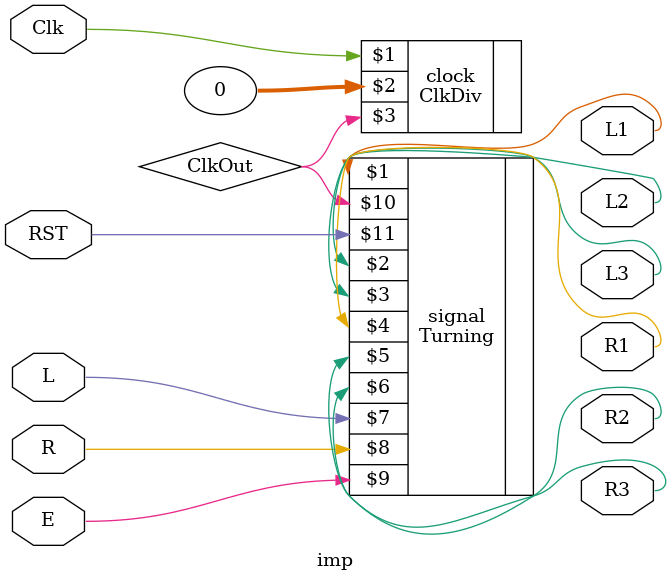
<source format=v>
`timescale 1ns / 1ps
module imp(L, R, E, RST, Clk, L1,L2,L3,R1,R2,R3);
    input L, R, E, RST, Clk;
    output L3, L2, L1, R1, R2, R3;
    wire Clkout;
    ClkDiv clock(Clk,0, ClkOut);
    Turning signal(L1,L2,L3,R1,R2,R3,L,R,E,ClkOut,RST);
    
endmodule

</source>
